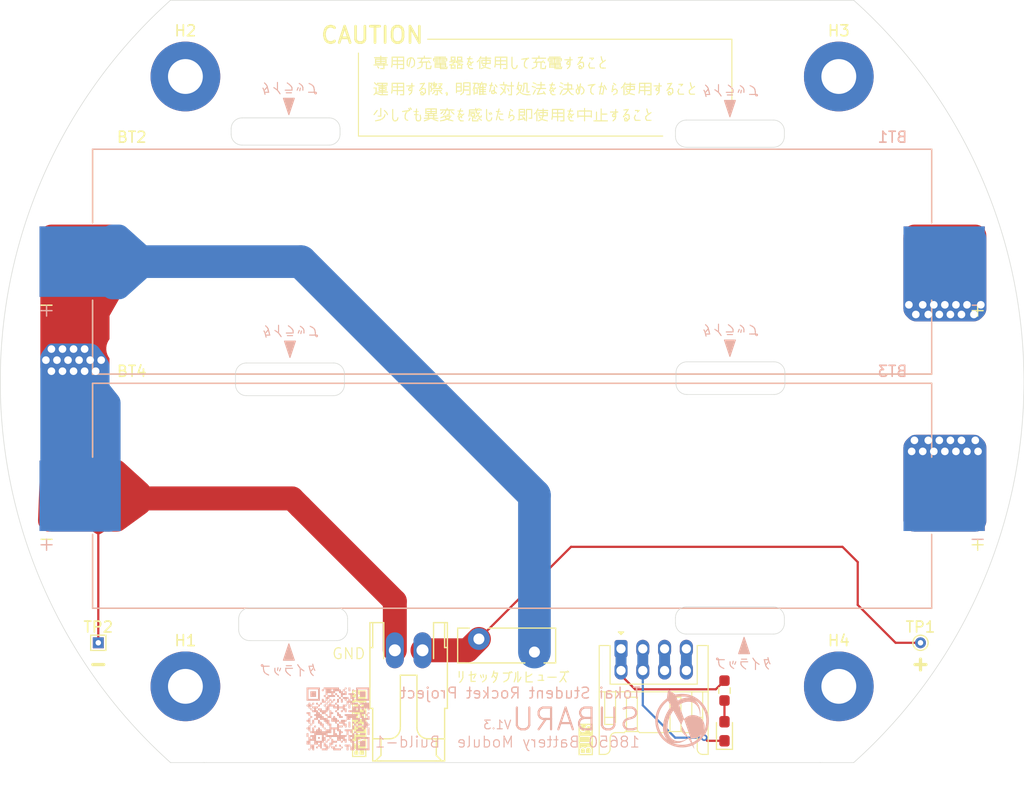
<source format=kicad_pcb>
(kicad_pcb (version 20241229) (generator "pcbnew") (generator_version "9.0")
  (layers (0 "F.Cu" signal) (2 "B.Cu" signal) (13 "F.Paste" user) (15 "B.Paste" user) (5 "F.SilkS" user "F.Silkscreen") (7 "B.SilkS" user "B.Silkscreen") (1 "F.Mask" user) (3 "B.Mask" user) (25 "Edge.Cuts" user))
  (net 0 "")
  (net 1 "Net-(BT1-PadP)")
  (net 2 "Net-(BT1-PadN)")
  (net 3 "Net-(BT2-PadN)")
  (net 4 "GND")
  (net 5 "Net-(D1-A)")
  (net 6 "Net-(J1-Pin_2)")
  (net 7 "/12V")
  (net 8 "/CAN_L")
  (net 9 "/CAN_H")
  (net 10 "Net-(BT3-PadN)")
  (net 11 "/BUS_GND")
  (footprint "MountingHole:MountingHole_3.2mm_M3_Pad_TopBottom" (layer "F.Cu") (at 180 72)
    (property "Reference" "H3" (at 0 -4.2 0) (layer "F.SilkS"))
    (property "Value" "MountingHole")
    (pad "1" thru_hole circle (at 0 0) (size 3.6 3.6) (drill 3.2) (layers "*.Cu" "*.Mask"))
    (pad "1" connect circle (at 0 0) (size 6.4 6.4) (layers "F.Cu" "F.Mask"))
    (pad "1" connect circle (at 0 0) (size 6.4 6.4) (layers "B.Cu" "B.Mask"))
  )
  (footprint "MountingHole:MountingHole_3.2mm_M3_Pad_TopBottom" (layer "F.Cu") (at 180 128)
    (property "Reference" "H4" (at 0 -4.2 0) (layer "F.SilkS"))
    (property "Value" "MountingHole")
    (pad "1" thru_hole circle (at 0 0) (size 3.6 3.6) (drill 3.2) (layers "*.Cu" "*.Mask"))
    (pad "1" connect circle (at 0 0) (size 6.4 6.4) (layers "F.Cu" "F.Mask"))
    (pad "1" connect circle (at 0 0) (size 6.4 6.4) (layers "B.Cu" "B.Mask"))
  )
  (footprint "TSRP_Battery:BAT_1042" (layer "F.Cu") (at 150 110.5)
    (property "Reference" "BT4" (at -34.925 -11.43 0) (layer "F.SilkS"))
    (property "Value" "1042")
    (pad "" np_thru_hole circle (at -27.6 8) (size 3.45 3.45) (drill 3.45) (layers "*.Cu" "*.Mask"))
    (pad "" np_thru_hole circle (at 27.6 -8) (size 3.45 3.45) (drill 3.45) (layers "*.Cu" "*.Mask"))
    (pad "" np_thru_hole circle (at 35.82 8) (size 2.39 2.39) (drill 2.39) (layers "*.Cu" "*.Mask"))
    (pad "N" smd rect (at -39.67 0) (size 7.46 6.47) (layers "F.Cu" "F.Mask" "F.Paste") (net 4 "GND"))
    (pad "P" smd rect (at 39.67 0) (size 7.46 6.47) (layers "F.Cu" "F.Mask" "F.Paste") (net 10 "Net-(BT3-PadN)"))
  )
  (footprint "MountingHole:MountingHole_3.2mm_M3_Pad_TopBottom" (layer "F.Cu") (at 120 128)
    (property "Reference" "H1" (at 0 -4.2 0) (layer "F.SilkS"))
    (property "Value" "MountingHole")
    (pad "1" thru_hole circle (at 0 0) (size 3.6 3.6) (drill 3.2) (layers "*.Cu" "*.Mask"))
    (pad "1" connect circle (at 0 0) (size 6.4 6.4) (layers "F.Cu" "F.Mask"))
    (pad "1" connect circle (at 0 0) (size 6.4 6.4) (layers "B.Cu" "B.Mask"))
  )
  (footprint "TestPoint:TestPoint_THTPad_D1.0mm_Drill0.5mm" (layer "F.Cu") (at 187.5 124)
    (property "Reference" "TP1" (at 0 -1.448 0) (layer "F.SilkS"))
    (property "Value" "TestPoint")
    (pad "1" thru_hole circle (at 0 0) (size 1 1) (drill 0.5) (layers "*.Cu" "*.Mask") (net 6 "Net-(J1-Pin_2)"))
  )
  (footprint "Resistor_SMD:R_0603_1608Metric_Pad0.98x0.95mm_HandSolder" (layer "F.Cu") (at 169.5 128.3875 -90)
    (property "Reference" "R1" (hide yes))
    (property "Value" "2.4kR")
    (pad "1" smd roundrect (at -0.9125 0 270) (size 0.975 0.95) (layers "F.Cu" "F.Mask" "F.Paste") (net 7 "/12V"))
    (pad "2" smd roundrect (at 0.9125 0 270) (size 0.975 0.95) (layers "F.Cu" "F.Mask" "F.Paste") (net 5 "Net-(D1-A)"))
  )
  (footprint "TSRP_Battery:BAT_1042" (layer "F.Cu") (at 150 89)
    (property "Reference" "BT2" (at -34.925 -11.43 0) (layer "F.SilkS"))
    (property "Value" "1042")
    (pad "" np_thru_hole circle (at -27.6 8) (size 3.45 3.45) (drill 3.45) (layers "*.Cu" "*.Mask"))
    (pad "" np_thru_hole circle (at 27.6 -8) (size 3.45 3.45) (drill 3.45) (layers "*.Cu" "*.Mask"))
    (pad "" np_thru_hole circle (at 35.82 8) (size 2.39 2.39) (drill 2.39) (layers "*.Cu" "*.Mask"))
    (pad "N" smd rect (at -39.67 0) (size 7.46 6.47) (layers "F.Cu" "F.Mask" "F.Paste") (net 3 "Net-(BT2-PadN)"))
    (pad "P" smd rect (at 39.67 0) (size 7.46 6.47) (layers "F.Cu" "F.Mask" "F.Paste") (net 2 "Net-(BT1-PadN)"))
  )
  (footprint "Fuse:Fuse_Bourns_MF-RHT300" (layer "F.Cu") (at 146.95 123.65)
    (property "Reference" "F1" (hide yes))
    (property "Value" "Polyfuse")
    (pad "1" thru_hole circle (at 0 0) (size 2.01 2.01) (drill 1.01) (layers "*.Cu" "*.Mask") (net 6 "Net-(J1-Pin_2)"))
    (pad "2" thru_hole circle (at 5.1 1.2) (size 2.01 2.01) (drill 1.01) (layers "*.Cu" "*.Mask") (net 1 "Net-(BT1-PadP)"))
  )
  (footprint "TSRP_Connector_Hirose:DF1B-2S-2.5R" (layer "F.Cu") (at 140.462 125.402)
    (property "Reference" "J1" (hide yes))
    (property "Value" "DF1B-2S-2.5R")
    (pad "1" thru_hole oval (at -1.232 -0.712 90) (size 3.3 1.65) (drill 1.1) (layers "*.Cu" "*.Mask") (net 4 "GND"))
    (pad "2" thru_hole oval (at 1.308 -0.712 90) (size 3.3 1.65) (drill 1.1) (layers "*.Cu" "*.Mask") (net 6 "Net-(J1-Pin_2)"))
  )
  (footprint "TSRP_Connector_Hirose:DF11-8DP-2DS" (layer "F.Cu") (at 163 128)
    (property "Reference" "J2" (hide yes))
    (property "Value" "DF11-8DP-2DS")
    (pad "1" thru_hole roundrect (at -3 -3.45) (size 1.2 1.62) (drill 0.85) (layers "*.Cu" "*.Mask") (roundrect_rratio 0.2083333333) (net 7 "/12V"))
    (pad "2" thru_hole oval (at -3 -1.45) (size 1.2 1.65) (drill 0.85) (layers "*.Cu" "*.Mask") (net 7 "/12V"))
    (pad "3" thru_hole oval (at -1 -3.45) (size 1.2 1.65) (drill 0.85) (layers "*.Cu" "*.Mask") (net 11 "/BUS_GND"))
    (pad "4" thru_hole oval (at -1 -1.45) (size 1.2 1.65) (drill 0.85) (layers "*.Cu" "*.Mask") (net 11 "/BUS_GND"))
    (pad "5" thru_hole oval (at 1 -3.45) (size 1.2 1.65) (drill 0.85) (layers "*.Cu" "*.Mask") (net 8 "/CAN_L"))
    (pad "6" thru_hole oval (at 1 -1.45) (size 1.2 1.65) (drill 0.85) (layers "*.Cu" "*.Mask") (net 8 "/CAN_L"))
    (pad "7" thru_hole oval (at 3 -3.45) (size 1.2 1.65) (drill 0.85) (layers "*.Cu" "*.Mask") (net 9 "/CAN_H"))
    (pad "8" thru_hole oval (at 3 -1.45) (size 1.2 1.65) (drill 0.85) (layers "*.Cu" "*.Mask") (net 9 "/CAN_H"))
  )
  (footprint "MountingHole:MountingHole_3.2mm_M3_Pad_TopBottom" (layer "F.Cu") (at 120 72)
    (property "Reference" "H2" (at 0 -4.2 0) (layer "F.SilkS"))
    (property "Value" "MountingHole")
    (pad "1" thru_hole circle (at 0 0) (size 3.6 3.6) (drill 3.2) (layers "*.Cu" "*.Mask"))
    (pad "1" connect circle (at 0 0) (size 6.4 6.4) (layers "F.Cu" "F.Mask"))
    (pad "1" connect circle (at 0 0) (size 6.4 6.4) (layers "B.Cu" "B.Mask"))
  )
  (footprint "LED_SMD:LED_0603_1608Metric_Pad1.05x0.95mm_HandSolder" (layer "F.Cu") (at 169.5 132.125 90)
    (property "Reference" "D1" (hide yes))
    (property "Value" "Green")
    (pad "1" smd roundrect (at -0.875 0 90) (size 1.05 0.95) (layers "F.Cu" "F.Mask" "F.Paste") (net 11 "/BUS_GND"))
    (pad "2" smd roundrect (at 0.875 0 90) (size 1.05 0.95) (layers "F.Cu" "F.Mask" "F.Paste") (net 5 "Net-(D1-A)"))
  )
  (footprint "TestPoint:TestPoint_THTPad_1.0x1.0mm_Drill0.5mm" (layer "F.Cu") (at 112 124)
    (property "Reference" "TP2" (at 0 -1.448 0) (layer "F.SilkS"))
    (property "Value" "TestPoint_GND")
    (pad "1" thru_hole rect (at 0 0) (size 1 1) (drill 0.5) (layers "*.Cu" "*.Mask") (net 4 "GND"))
  )
  (footprint "TSRP_Battery:BAT_1042" (layer "B.Cu") (at 150 110.5 180)
    (property "Reference" "BT3" (at -34.925 11.43 0) (layer "B.SilkS") (effects (justify mirror)))
    (property "Value" "1042")
    (pad "" np_thru_hole circle (at -27.6 -8 180) (size 3.45 3.45) (drill 3.45) (layers "*.Cu" "*.Mask"))
    (pad "" np_thru_hole circle (at 27.6 8 180) (size 3.45 3.45) (drill 3.45) (layers "*.Cu" "*.Mask"))
    (pad "" np_thru_hole circle (at 35.82 -8 180) (size 2.39 2.39) (drill 2.39) (layers "*.Cu" "*.Mask"))
    (pad "N" smd rect (at -39.67 0 180) (size 7.46 6.47) (layers "B.Cu" "B.Mask" "B.Paste") (net 10 "Net-(BT3-PadN)"))
    (pad "P" smd rect (at 39.67 0 180) (size 7.46 6.47) (layers "B.Cu" "B.Mask" "B.Paste") (net 3 "Net-(BT2-PadN)"))
  )
  (footprint "TSRP_Battery:BAT_1042" (layer "B.Cu") (at 150 89 180)
    (property "Reference" "BT1" (at -34.925 11.43 0) (layer "B.SilkS") (effects (justify mirror)))
    (property "Value" "1042")
    (pad "" np_thru_hole circle (at -27.6 -8 180) (size 3.45 3.45) (drill 3.45) (layers "*.Cu" "*.Mask"))
    (pad "" np_thru_hole circle (at 27.6 8 180) (size 3.45 3.45) (drill 3.45) (layers "*.Cu" "*.Mask"))
    (pad "" np_thru_hole circle (at 35.82 -8 180) (size 2.39 2.39) (drill 2.39) (layers "*.Cu" "*.Mask"))
    (pad "N" smd rect (at -39.67 0 180) (size 7.46 6.47) (layers "B.Cu" "B.Mask" "B.Paste") (net 2 "Net-(BT1-PadN)"))
    (pad "P" smd rect (at 39.67 0 180) (size 7.46 6.47) (layers "B.Cu" "B.Mask" "B.Paste") (net 1 "Net-(BT1-PadP)"))
  )
  (footprint "LOGO" (layer "B.Cu") (at 134 131 180)
    (property "Reference" "G***" (hide yes))
    (property "Value" "LOGO" (hide yes))
  )
  (footprint "LOGO" (layer "B.Cu") (at 165.6 131 180)
    (property "Reference" "G***" (hide yes))
    (property "Value" "LOGO" (hide yes))
  )
  (gr_line (start 142.24 68.58) (end 170.18 68.58) (stroke (width 0.1)) (layer "F.SilkS"))
  (gr_line (start 187 126) (end 188 126) (stroke (width 0.3)) (layer "F.SilkS"))
  (gr_line (start 111.5 126) (end 112.5 126) (stroke (width 0.3)) (layer "F.SilkS"))
  (gr_line (start 170.18 68.58) (end 170.18 74.93) (stroke (width 0.1)) (layer "F.SilkS"))
  (gr_line (start 135.89 69.85) (end 135.89 77.47) (stroke (width 0.1)) (layer "F.SilkS"))
  (gr_line (start 187.5 125.5) (end 187.5 126.5) (stroke (width 0.3)) (layer "F.SilkS"))
  (gr_line (start 135.89 77.47) (end 163.83 77.47) (stroke (width 0.1)) (layer "F.SilkS"))
  (gr_poly (pts (xy 129.6 97.8) (xy 130.1 96.3) (xy 129.1 96.3)) (stroke (width 0.1)) (fill yes) (layer "B.SilkS"))
  (gr_poly (pts (xy 170 97.7) (xy 170.5 96.2) (xy 169.5 96.2)) (stroke (width 0.1)) (fill yes) (layer "B.SilkS"))
  (gr_poly (pts (xy 171.3 123.5) (xy 170.8 125) (xy 171.8 125)) (stroke (width 0.1)) (fill yes) (layer "B.SilkS"))
  (gr_poly (pts (xy 129.5 75.5) (xy 130 74) (xy 129 74)) (stroke (width 0.1)) (fill yes) (layer "B.SilkS"))
  (gr_poly (pts (xy 129.5 124.1) (xy 129 125.6) (xy 130 125.6)) (stroke (width 0.1)) (fill yes) (layer "B.SilkS"))
  (gr_poly (pts (xy 170 75.7) (xy 170.5 74.2) (xy 169.5 74.2)) (stroke (width 0.1)) (fill yes) (layer "B.SilkS"))
  (gr_arc (start 125.6 101.307107) (mid 124.892893 101.014214) (end 124.6 100.307107) (stroke (width 0.05)) (layer "Edge.Cuts"))
  (gr_line (start 134.6 99.307107) (end 134.6 100.307107) (stroke (width 0.05)) (layer "Edge.Cuts"))
  (gr_line (start 133.892893 123.8) (end 125.892893 123.8) (stroke (width 0.05)) (layer "Edge.Cuts"))
  (gr_arc (start 175.05 100.2) (mid 174.757107 100.907107) (end 174.05 101.2) (stroke (width 0.05)) (layer "Edge.Cuts"))
  (gr_line (start 133.2 78.3) (end 125.2 78.3) (stroke (width 0.05)) (layer "Edge.Cuts"))
  (gr_line (start 165 122.2) (end 165 121.7) (stroke (width 0.05)) (layer "Edge.Cuts"))
  (gr_line (start 134.892893 121.8) (end 134.892893 122.8) (stroke (width 0.05)) (layer "Edge.Cuts"))
  (gr_line (start 166.05 98.2) (end 174.05 98.2) (stroke (width 0.05)) (layer "Edge.Cuts"))
  (gr_line (start 134.2 76.8) (end 134.2 77.3) (stroke (width 0.05)) (layer "Edge.Cuts"))
  (gr_arc (start 174.05 98.2) (mid 174.757107 98.492893) (end 175.05 99.2) (stroke (width 0.05)) (layer "Edge.Cuts"))
  (gr_arc (start 165 77) (mid 165.292893 76.292893) (end 166 76) (stroke (width 0.05)) (layer "Edge.Cuts"))
  (gr_arc (start 134.892893 122.8) (mid 134.6 123.507107) (end 133.892893 123.8) (stroke (width 0.05)) (layer "Edge.Cuts"))
  (gr_line (start 165 77.5) (end 165 77) (stroke (width 0.05)) (layer "Edge.Cuts"))
  (gr_line (start 121.715731 135.000001) (end 178.284271 135.000001) (stroke (width 0.05)) (layer "Edge.Cuts"))
  (gr_line (start 124.6 100.307107) (end 124.6 99.307107) (stroke (width 0.05)) (layer "Edge.Cuts"))
  (gr_arc (start 175 77.5) (mid 174.707107 78.207107) (end 174 78.5) (stroke (width 0.05)) (layer "Edge.Cuts"))
  (gr_arc (start 118.630001 134.999999) (mid 102.999183 100) (end 118.63 65.000001) (stroke (width 0.05)) (layer "Edge.Cuts"))
  (gr_line (start 125.2 75.8) (end 133.2 75.8) (stroke (width 0.05)) (layer "Edge.Cuts"))
  (gr_arc (start 174 120.7) (mid 174.707107 120.992893) (end 175 121.7) (stroke (width 0.05)) (layer "Edge.Cuts"))
  (gr_line (start 174 78.5) (end 166 78.5) (stroke (width 0.05)) (layer "Edge.Cuts"))
  (gr_arc (start 166.05 101.2) (mid 165.342893 100.907107) (end 165.05 100.2) (stroke (width 0.05)) (layer "Edge.Cuts"))
  (gr_arc (start 125.2 78.3) (mid 124.492893 78.007107) (end 124.2 77.3) (stroke (width 0.05)) (layer "Edge.Cuts"))
  (gr_line (start 174.05 101.2) (end 166.05 101.2) (stroke (width 0.05)) (layer "Edge.Cuts"))
  (gr_line (start 175 77) (end 175 77.5) (stroke (width 0.05)) (layer "Edge.Cuts"))
  (gr_line (start 133.6 101.307107) (end 125.6 101.307107) (stroke (width 0.05)) (layer "Edge.Cuts"))
  (gr_arc (start 166 78.5) (mid 165.292893 78.207107) (end 165 77.5) (stroke (width 0.05)) (layer "Edge.Cuts"))
  (gr_arc (start 166 123.2) (mid 165.292893 122.907107) (end 165 122.2) (stroke (width 0.05)) (layer "Edge.Cuts"))
  (gr_arc (start 133.892893 120.8) (mid 134.6 121.092893) (end 134.892893 121.8) (stroke (width 0.05)) (layer "Edge.Cuts"))
  (gr_line (start 125.892893 120.8) (end 133.892893 120.8) (stroke (width 0.05)) (layer "Edge.Cuts"))
  (gr_line (start 121.7 65.000001) (end 118.63 65) (stroke (width 0.05)) (layer "Edge.Cuts"))
  (gr_line (start 165.05 100.2) (end 165.05 99.2) (stroke (width 0.05)) (layer "Edge.Cuts"))
  (gr_arc (start 174 76) (mid 174.707107 76.292893) (end 175 77) (stroke (width 0.05)) (layer "Edge.Cuts"))
  (gr_arc (start 124.892893 121.8) (mid 125.185786 121.092893) (end 125.892893 120.8) (stroke (width 0.05)) (layer "Edge.Cuts"))
  (gr_line (start 178.284272 65.000001) (end 121.7 65.000001) (stroke (width 0.05)) (layer "Edge.Cuts"))
  (gr_line (start 125.6 98.307107) (end 133.6 98.307107) (stroke (width 0.05)) (layer "Edge.Cuts"))
  (gr_arc (start 165.05 99.2) (mid 165.342893 98.492893) (end 166.05 98.2) (stroke (width 0.05)) (layer "Edge.Cuts"))
  (gr_line (start 178.284272 65.000001) (end 181.37 65) (stroke (width 0.05)) (layer "Edge.Cuts"))
  (gr_arc (start 175 122.2) (mid 174.707107 122.907107) (end 174 123.2) (stroke (width 0.05)) (layer "Edge.Cuts"))
  (gr_arc (start 134.2 77.3) (mid 133.907107 78.007107) (end 133.2 78.3) (stroke (width 0.05)) (layer "Edge.Cuts"))
  (gr_line (start 166 76) (end 174 76) (stroke (width 0.05)) (layer "Edge.Cuts"))
  (gr_arc (start 124.2 76.8) (mid 124.492893 76.092893) (end 125.2 75.8) (stroke (width 0.05)) (layer "Edge.Cuts"))
  (gr_line (start 124.2 77.3) (end 124.2 76.8) (stroke (width 0.05)) (layer "Edge.Cuts"))
  (gr_line (start 175.05 99.2) (end 175.05 100.2) (stroke (width 0.05)) (layer "Edge.Cuts"))
  (gr_line (start 178.284271 135) (end 181.37 135) (stroke (width 0.05)) (layer "Edge.Cuts"))
  (gr_line (start 174 123.2) (end 166 123.2) (stroke (width 0.05)) (layer "Edge.Cuts"))
  (gr_arc (start 124.6 99.307107) (mid 124.892893 98.6) (end 125.6 98.307107) (stroke (width 0.05)) (layer "Edge.Cuts"))
  (gr_arc (start 125.892893 123.8) (mid 125.185786 123.507107) (end 124.892893 122.8) (stroke (width 0.05)) (layer "Edge.Cuts"))
  (gr_line (start 124.892893 122.8) (end 124.892893 121.8) (stroke (width 0.05)) (layer "Edge.Cuts"))
  (gr_line (start 121.715731 135.000001) (end 118.63 135) (stroke (width 0.05)) (layer "Edge.Cuts"))
  (gr_arc (start 181.37 65.000001) (mid 197.000817 99.999999) (end 181.370001 134.999997) (stroke (width 0.05)) (layer "Edge.Cuts"))
  (gr_line (start 175 121.7) (end 175 122.2) (stroke (width 0.05)) (layer "Edge.Cuts"))
  (gr_arc (start 133.2 75.8) (mid 133.907107 76.092893) (end 134.2 76.8) (stroke (width 0.05)) (layer "Edge.Cuts"))
  (gr_arc (start 165 121.7) (mid 165.292893 120.992893) (end 166 120.7) (stroke (width 0.05)) (layer "Edge.Cuts"))
  (gr_arc (start 134.6 100.307107) (mid 134.307107 101.014214) (end 133.6 101.307107) (stroke (width 0.05)) (layer "Edge.Cuts"))
  (gr_line (start 166 120.7) (end 174 120.7) (stroke (width 0.05)) (layer "Edge.Cuts"))
  (gr_arc (start 133.6 98.307107) (mid 134.307107 98.6) (end 134.6 99.307107) (stroke (width 0.05)) (layer "Edge.Cuts"))
  (gr_text "運用する際，明確な対処法を決めてから使用すること" (at 137.16 73.8 0) (layer "F.SilkS") (effects (font (size 1 1) (thickness 0.1)) (justify left bottom)))
  (gr_text "GND" (at 135 125 0) (layer "F.SilkS") (effects (font (size 1 1) (thickness 0.1))))
  (gr_text "少しでも異変を感じたら即使用を中止すること" (at 137.16 76.2 0) (layer "F.SilkS") (effects (font (size 1 1) (thickness 0.1)) (justify left bottom)))
  (gr_text "CAUTION" (at 137.16 68.2 0) (layer "F.SilkS") (effects (font (size 1.5 1.5) (thickness 0.25) (bold yes))))
  (gr_text "リセッタブルヒューズ" (at 150 127.23 0) (layer "F.SilkS") (effects (font (size 1 1) (thickness 0.1))))
  (gr_text "BUS" (at 156.8 132.9 90) (layer "F.SilkS" knockout) (effects (font (size 1 1) (thickness 0.1))))
  (gr_text "専用の充電器を使用して充電すること" (at 137.16 71.4 0) (layer "F.SilkS") (effects (font (size 1 1) (thickness 0.1)) (justify left bottom)))
  (gr_text "BATTERY" (at 136 131.5 90) (layer "F.SilkS" knockout) (effects (font (size 1 1) (thickness 0.1))))
  (gr_text "タイラップ" (at 170 95.2 180) (layer "B.SilkS") (effects (font (size 1 1) (thickness 0.1)) (justify mirror)))
  (gr_text "SUBARU" (at 161.9 132.2 0) (layer "B.SilkS") (effects (font (size 2 2) (thickness 0.2) (bold yes)) (justify left bottom mirror)))
  (gr_text "Tokai Student Rocket Project\n" (at 161.9 129.2 0) (layer "B.SilkS") (effects (font (size 1 1) (thickness 0.125)) (justify left bottom mirror)))
  (gr_text "18650 Battery Module  Build-1" (at 161.8 133.7 0) (layer "B.SilkS") (effects (font (size 1 1) (thickness 0.1)) (justify left bottom mirror)))
  (gr_text "タイラップ" (at 171.3 126 0) (layer "B.SilkS") (effects (font (size 1 1) (thickness 0.1)) (justify mirror)))
  (gr_text "タイラップ" (at 129.5 126.6 0) (layer "B.SilkS") (effects (font (size 1 1) (thickness 0.1)) (justify mirror)))
  (gr_text "V1.3" (at 150 132 0) (layer "B.SilkS") (effects (font (size 0.8 0.8) (thickness 0.1)) (justify left bottom mirror)))
  (gr_text "タイラップ" (at 170 73.2 180) (layer "B.SilkS") (effects (font (size 1 1) (thickness 0.1)) (justify mirror)))
  (gr_text "タイラップ" (at 129.5 73 180) (layer "B.SilkS") (effects (font (size 1 1) (thickness 0.1)) (justify mirror)))
  (gr_text "タイラップ" (at 129.6 95.3 180) (layer "B.SilkS") (effects (font (size 1 1) (thickness 0.1)) (justify mirror)))
  (segment (start 152.05 124.85) (end 152.05 110.45) (width 3) (layer "B.Cu") (net 1))
  (segment (start 152.05 110.45) (end 130.6 89) (width 3) (layer "B.Cu") (net 1))
  (segment (start 130.6 89) (end 110.33 89) (width 3) (layer "B.Cu") (net 1))
  (via (at 187.071 93.853) (size 1) (drill 0.7) (layers "F.Cu" "B.Cu") (net 2))
  (via (at 190.246 93.853) (size 1) (drill 0.7) (layers "F.Cu" "B.Cu") (net 2))
  (via (at 190.754 92.964) (size 1) (drill 0.7) (layers "F.Cu" "B.Cu") (net 2))
  (via (at 188.214 93.853) (size 1) (drill 0.7) (layers "F.Cu" "B.Cu") (net 2))
  (via (at 191.77 92.964) (size 1) (drill 0.7) (layers "F.Cu" "B.Cu") (net 2))
  (via (at 192.405 93.853) (size 1) (drill 0.7) (layers "F.Cu" "B.Cu") (net 2))
  (via (at 193.04 92.964) (size 1) (drill 0.7) (layers "F.Cu" "B.Cu") (net 2))
  (via (at 188.722 92.964) (size 1) (drill 0.7) (layers "F.Cu" "B.Cu") (net 2))
  (via (at 189.23 93.853) (size 1) (drill 0.7) (layers "F.Cu" "B.Cu") (net 2))
  (via (at 189.738 92.964) (size 1) (drill 0.7) (layers "F.Cu" "B.Cu") (net 2))
  (via (at 187.706 92.964) (size 1) (drill 0.7) (layers "F.Cu" "B.Cu") (net 2))
  (via (at 186.436 92.964) (size 1) (drill 0.7) (layers "F.Cu" "B.Cu") (net 2))
  (via (at 191.262 93.853) (size 1) (drill 0.7) (layers "F.Cu" "B.Cu") (net 2))
  (via (at 107.696 99.06) (size 1) (drill 0.7) (layers "F.Cu" "B.Cu") (net 3))
  (via (at 111.252 98.044) (size 1) (drill 0.7) (layers "F.Cu" "B.Cu") (net 3))
  (via (at 108.204 98.044) (size 1) (drill 0.7) (layers "F.Cu" "B.Cu") (net 3))
  (via (at 109.728 99.06) (size 1) (drill 0.7) (layers "F.Cu" "B.Cu") (net 3))
  (via (at 110.744 99.06) (size 1) (drill 0.7) (layers "F.Cu" "B.Cu") (net 3))
  (via (at 108.712 97.028) (size 1) (drill 0.7) (layers "F.Cu" "B.Cu") (net 3))
  (via (at 107.188 98.044) (size 1) (drill 0.7) (layers "F.Cu" "B.Cu") (net 3))
  (via (at 107.696 97.028) (size 1) (drill 0.7) (layers "F.Cu" "B.Cu") (net 3))
  (via (at 110.236 98.044) (size 1) (drill 0.7) (layers "F.Cu" "B.Cu") (net 3))
  (via (at 111.76 99.06) (size 1) (drill 0.7) (layers "F.Cu" "B.Cu") (net 3))
  (via (at 109.22 98.044) (size 1) (drill 0.7) (layers "F.Cu" "B.Cu") (net 3))
  (via (at 108.712 99.06) (size 1) (drill 0.7) (layers "F.Cu" "B.Cu") (net 3))
  (via (at 110.744 97.028) (size 1) (drill 0.7) (layers "F.Cu" "B.Cu") (net 3))
  (via (at 112.268 98.044) (size 1) (drill 0.7) (layers "F.Cu" "B.Cu") (net 3))
  (via (at 109.728 97.028) (size 1) (drill 0.7) (layers "F.Cu" "B.Cu") (net 3))
  (segment (start 130.556 111.506) (end 129.794 110.744) (width 2.2) (layer "F.Cu") (net 4))
  (segment (start 139.23 124.69) (end 139.23 120.18) (width 2.2) (layer "F.Cu") (net 4))
  (segment (start 129.794 110.744) (end 116.078 110.744) (width 2.2) (layer "F.Cu") (net 4))
  (segment (start 112 112.17) (end 110.33 110.5) (width 0.2) (layer "F.Cu") (net 4))
  (segment (start 139.23 120.18) (end 130.556 111.506) (width 2.2) (layer "F.Cu") (net 4))
  (segment (start 112 124) (end 112 112.17) (width 0.2) (layer "F.Cu") (net 4))
  (segment (start 169.5 129.3) (end 169.5 131.25) (width 0.2) (layer "F.Cu") (net 5))
  (segment (start 141.77 124.69) (end 145.91 124.69) (width 2.2) (layer "F.Cu") (net 6))
  (segment (start 181.737 116.586) (end 180.34 115.189) (width 0.2) (layer "F.Cu") (net 6))
  (segment (start 180.34 115.189) (end 155.411 115.189) (width 0.2) (layer "F.Cu") (net 6))
  (segment (start 181.737 120.523) (end 181.737 116.586) (width 0.2) (layer "F.Cu") (net 6))
  (segment (start 187.5 124) (end 185.214 124) (width 0.2) (layer "F.Cu") (net 6))
  (segment (start 145.91 124.69) (end 146.95 123.65) (width 2.2) (layer "F.Cu") (net 6))
  (segment (start 185.214 124) (end 181.737 120.523) (width 0.2) (layer "F.Cu") (net 6))
  (segment (start 155.411 115.189) (end 146.95 123.65) (width 0.2) (layer "F.Cu") (net 6))
  (segment (start 160 126.98) (end 160 126.55) (width 0.2) (layer "F.Cu") (net 7))
  (segment (start 169.5 127.475) (end 168.705 128.27) (width 0.2) (layer "F.Cu") (net 7))
  (segment (start 161.29 128.27) (end 160 126.98) (width 0.2) (layer "F.Cu") (net 7))
  (segment (start 168.705 128.27) (end 161.29 128.27) (width 0.2) (layer "F.Cu") (net 7))
  (segment (start 160 124.55) (end 160 126.55) (width 1) (layer "B.Cu") (net 7))
  (segment (start 164 124.55) (end 164 126.55) (width 1) (layer "B.Cu") (net 8))
  (segment (start 166 124.55) (end 166 126.55) (width 1) (layer "B.Cu") (net 9))
  (via (at 190.246 105.41) (size 1) (drill 0.7) (layers "F.Cu" "B.Cu") (net 10))
  (via (at 186.69 106.426) (size 1) (drill 0.7) (layers "F.Cu" "B.Cu") (net 10))
  (via (at 186.944 105.41) (size 1) (drill 0.7) (layers "F.Cu" "B.Cu") (net 10))
  (via (at 192.786 106.426) (size 1) (drill 0.7) (layers "F.Cu" "B.Cu") (net 10))
  (via (at 188.214 105.41) (size 1) (drill 0.7) (layers "F.Cu" "B.Cu") (net 10))
  (via (at 191.77 106.426) (size 1) (drill 0.7) (layers "F.Cu" "B.Cu") (net 10))
  (via (at 189.23 105.41) (size 1) (drill 0.7) (layers "F.Cu" "B.Cu") (net 10))
  (via (at 192.532 105.41) (size 1) (drill 0.7) (layers "F.Cu" "B.Cu") (net 10))
  (via (at 187.706 106.426) (size 1) (drill 0.7) (layers "F.Cu" "B.Cu") (net 10))
  (via (at 189.738 106.426) (size 1) (drill 0.7) (layers "F.Cu" "B.Cu") (net 10))
  (via (at 190.754 106.426) (size 1) (drill 0.7) (layers "F.Cu" "B.Cu") (net 10))
  (via (at 191.262 105.41) (size 1) (drill 0.7) (layers "F.Cu" "B.Cu") (net 10))
  (via (at 188.722 106.426) (size 1) (drill 0.7) (layers "F.Cu" "B.Cu") (net 10))
  (segment (start 169.5 133) (end 167.925 133) (width 0.2) (layer "F.Cu") (net 11))
  (segment (start 167.925 133) (end 167.64 132.715) (width 0.2) (layer "F.Cu") (net 11))
  (via (at 167.64 132.715) (size 0.6) (drill 0.3) (layers "F.Cu" "B.Cu") (net 11))
  (segment (start 162 129.742) (end 162 126.55) (width 0.2) (layer "B.Cu") (net 11))
  (segment (start 167.64 132.715) (end 164.973 132.715) (width 0.2) (layer "B.Cu") (net 11))
  (segment (start 162 124.55) (end 162 126.55) (width 1) (layer "B.Cu") (net 11))
  (segment (start 164.973 132.715) (end 162 129.742) (width 0.2) (layer "B.Cu") (net 11))
  (zone (net 2) (net_name "Net-(BT1-PadN)") (layer "F.Cu") (priority 2) (connect_pads yes (clearance 0.5)) (min_thickness 0.25) (fill yes (thermal_gap 0.5) (thermal_bridge_width 0.5) (smoothing fillet) (radius 1) (island_removal_mode 1) (island_area_min 10))
    (polygon (pts (xy 185.928 85.598) (xy 185.928 93.726) (xy 186.69 94.488) (xy 192.786 94.488) (xy 193.548 93.726) (xy 193.548 85.598)))
  )
  (zone (net 3) (net_name "Net-(BT2-PadN)") (layer "F.Cu") (priority 3) (connect_pads yes (clearance 0.5)) (min_thickness 0.25) (fill yes (thermal_gap 0.5) (thermal_bridge_width 0.5) (smoothing fillet) (radius 1) (island_removal_mode 1) (island_area_min 10))
    (polygon (pts (xy 106.68 85.598) (xy 106.68 99.06) (xy 107.188 99.568) (xy 112.522 99.568) (xy 113.03 99.06) (xy 113.03 93.98) (xy 114.046 92.202) (xy 114.046 85.598)))
  )
  (zone (net 4) (net_name "GND") (layer "F.Cu") (priority 7) (connect_pads yes (clearance 0.5)) (min_thickness 0.25) (fill yes (thermal_gap 0.5) (thermal_bridge_width 0.5) (smoothing fillet) (radius 1) (island_removal_mode 1) (island_area_min 10))
    (polygon (pts (xy 106.68 107.188) (xy 114.046 107.188) (xy 116.84 109.728) (xy 116.84 111.76) (xy 114.046 113.792) (xy 112.522 113.792) (xy 112.141 114.046) (xy 111.887 114.046) (xy 111.506 113.792) (xy 106.426 113.792)))
  )
  (zone (net 10) (net_name "Net-(BT3-PadN)") (layer "F.Cu") (priority 6) (connect_pads yes (clearance 0.5)) (min_thickness 0.25) (fill yes (thermal_gap 0.5) (thermal_bridge_width 0.5) (smoothing fillet) (radius 1) (island_removal_mode 1) (island_area_min 10))
    (polygon (pts (xy 193.548 113.792) (xy 193.548 105.664) (xy 192.786 104.902) (xy 186.69 104.902) (xy 185.928 105.664) (xy 185.928 113.792)))
  )
  (zone (net 1) (net_name "Net-(BT1-PadP)") (layer "B.Cu") (connect_pads yes (clearance 0.5)) (min_thickness 0.25) (fill yes (thermal_gap 0.5) (thermal_bridge_width 0.5) (smoothing fillet) (radius 1) (island_removal_mode 1) (island_area_min 10))
    (polygon (pts (xy 112.268 85.598) (xy 114.3 85.598) (xy 116.84 87.884) (xy 116.84 90.17) (xy 114.3 92.456) (xy 112.268 92.456)))
  )
  (zone (net 2) (net_name "Net-(BT1-PadN)") (layer "B.Cu") (priority 1) (connect_pads yes (clearance 0.5)) (min_thickness 0.25) (fill yes (thermal_gap 0.5) (thermal_bridge_width 0.5) (smoothing fillet) (radius 1) (island_removal_mode 1) (island_area_min 10))
    (polygon (pts (xy 185.928 85.852) (xy 185.928 93.726) (xy 186.69 94.488) (xy 192.786 94.488) (xy 193.548 93.726) (xy 193.548 85.852)))
  )
  (zone (net 3) (net_name "Net-(BT2-PadN)") (layer "B.Cu") (priority 4) (connect_pads yes (clearance 0.5)) (min_thickness 0.25) (fill yes (thermal_gap 0.5) (thermal_bridge_width 0.5) (smoothing fillet) (radius 1) (island_removal_mode 1) (island_area_min 10))
    (polygon (pts (xy 106.68 113.792) (xy 106.68 97.536) (xy 107.442 96.52) (xy 111.76 96.52) (xy 112.522 97.536) (xy 113.03 98.298) (xy 113.03 100.33) (xy 114.046 101.6) (xy 114.046 113.792)))
  )
  (zone (net 10) (net_name "Net-(BT3-PadN)") (layer "B.Cu") (priority 5) (connect_pads yes (clearance 0.5)) (min_thickness 0.25) (fill yes (thermal_gap 0.5) (thermal_bridge_width 0.5) (smoothing fillet) (radius 1) (island_removal_mode 1) (island_area_min 10))
    (polygon (pts (xy 193.548 113.792) (xy 193.548 105.664) (xy 192.786 104.902) (xy 186.69 104.902) (xy 185.928 105.664) (xy 185.928 113.792)))
  )
)
</source>
